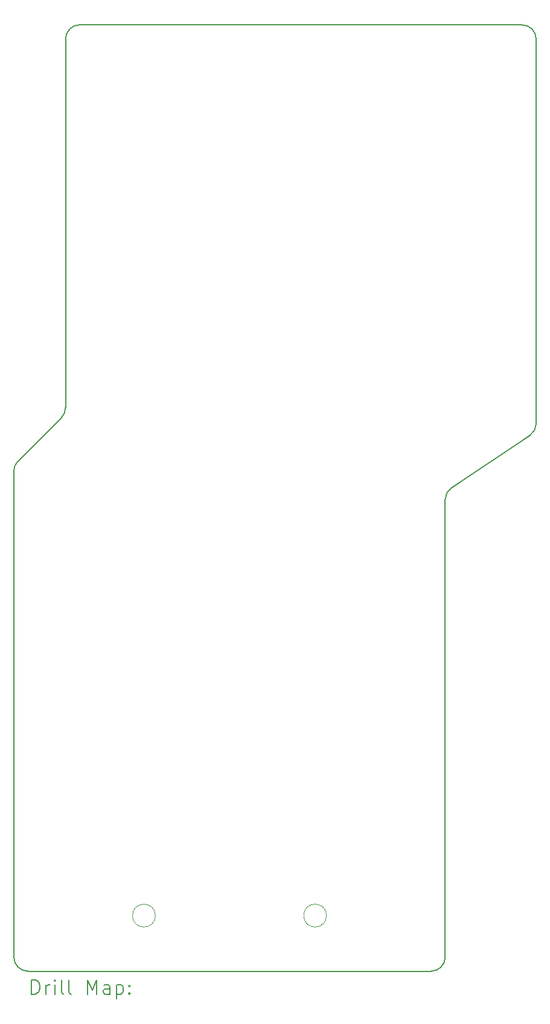
<source format=gbr>
%TF.GenerationSoftware,KiCad,Pcbnew,8.0.1*%
%TF.CreationDate,2024-08-17T14:41:14+02:00*%
%TF.ProjectId,robal_rpi_ioBoard,726f6261-6c5f-4727-9069-5f696f426f61,rev?*%
%TF.SameCoordinates,Original*%
%TF.FileFunction,Drillmap*%
%TF.FilePolarity,Positive*%
%FSLAX45Y45*%
G04 Gerber Fmt 4.5, Leading zero omitted, Abs format (unit mm)*
G04 Created by KiCad (PCBNEW 8.0.1) date 2024-08-17 14:41:14*
%MOMM*%
%LPD*%
G01*
G04 APERTURE LIST*
%ADD10C,0.050000*%
%ADD11C,0.200000*%
G04 APERTURE END LIST*
D10*
X8035000Y-16800000D02*
G75*
G02*
X7715000Y-16800000I-160000J0D01*
G01*
X7715000Y-16800000D02*
G75*
G02*
X8035000Y-16800000I160000J0D01*
G01*
D11*
X9789060Y-10799278D02*
X10885940Y-10068025D01*
X9700000Y-17380000D02*
X9700000Y-10965688D01*
X4316422Y-9817230D02*
X3708579Y-10425073D01*
X3650000Y-10566494D02*
G75*
G02*
X3708577Y-10425071I200000J4D01*
G01*
X10775000Y-4308651D02*
G75*
G02*
X10974999Y-4508651I0J-199999D01*
G01*
X4375000Y-9675809D02*
G75*
G02*
X4316422Y-9817231I-200000J-1D01*
G01*
X4316422Y-9817230D02*
X4316421Y-9817230D01*
X10775000Y-4308651D02*
X4575000Y-4308651D01*
D10*
X5635000Y-16800000D02*
G75*
G02*
X5315000Y-16800000I-160000J0D01*
G01*
X5315000Y-16800000D02*
G75*
G02*
X5635000Y-16800000I160000J0D01*
G01*
D11*
X10975000Y-9901615D02*
G75*
G02*
X10885938Y-10068022I-200000J5D01*
G01*
X3650000Y-10566494D02*
X3650000Y-17380000D01*
X9700000Y-17380000D02*
G75*
G02*
X9500000Y-17580000I-200000J0D01*
G01*
X4375000Y-4508651D02*
X4375000Y-9675809D01*
X10975000Y-9901615D02*
X10975000Y-4508651D01*
X3850000Y-17580000D02*
G75*
G02*
X3650000Y-17380000I0J200000D01*
G01*
X9700000Y-10965688D02*
G75*
G02*
X9789061Y-10799279I200000J-2D01*
G01*
X3650000Y-10566494D02*
X3650000Y-10566494D01*
X3850000Y-17580000D02*
X9500000Y-17580000D01*
X4375000Y-4508651D02*
G75*
G02*
X4575000Y-4308650I200000J1D01*
G01*
X3900777Y-17901484D02*
X3900777Y-17701484D01*
X3900777Y-17701484D02*
X3948396Y-17701484D01*
X3948396Y-17701484D02*
X3976967Y-17711008D01*
X3976967Y-17711008D02*
X3996015Y-17730055D01*
X3996015Y-17730055D02*
X4005539Y-17749103D01*
X4005539Y-17749103D02*
X4015063Y-17787198D01*
X4015063Y-17787198D02*
X4015063Y-17815770D01*
X4015063Y-17815770D02*
X4005539Y-17853865D01*
X4005539Y-17853865D02*
X3996015Y-17872912D01*
X3996015Y-17872912D02*
X3976967Y-17891960D01*
X3976967Y-17891960D02*
X3948396Y-17901484D01*
X3948396Y-17901484D02*
X3900777Y-17901484D01*
X4100777Y-17901484D02*
X4100777Y-17768150D01*
X4100777Y-17806246D02*
X4110301Y-17787198D01*
X4110301Y-17787198D02*
X4119824Y-17777674D01*
X4119824Y-17777674D02*
X4138872Y-17768150D01*
X4138872Y-17768150D02*
X4157920Y-17768150D01*
X4224586Y-17901484D02*
X4224586Y-17768150D01*
X4224586Y-17701484D02*
X4215063Y-17711008D01*
X4215063Y-17711008D02*
X4224586Y-17720531D01*
X4224586Y-17720531D02*
X4234110Y-17711008D01*
X4234110Y-17711008D02*
X4224586Y-17701484D01*
X4224586Y-17701484D02*
X4224586Y-17720531D01*
X4348396Y-17901484D02*
X4329348Y-17891960D01*
X4329348Y-17891960D02*
X4319825Y-17872912D01*
X4319825Y-17872912D02*
X4319825Y-17701484D01*
X4453158Y-17901484D02*
X4434110Y-17891960D01*
X4434110Y-17891960D02*
X4424586Y-17872912D01*
X4424586Y-17872912D02*
X4424586Y-17701484D01*
X4681729Y-17901484D02*
X4681729Y-17701484D01*
X4681729Y-17701484D02*
X4748396Y-17844341D01*
X4748396Y-17844341D02*
X4815063Y-17701484D01*
X4815063Y-17701484D02*
X4815063Y-17901484D01*
X4996015Y-17901484D02*
X4996015Y-17796722D01*
X4996015Y-17796722D02*
X4986491Y-17777674D01*
X4986491Y-17777674D02*
X4967444Y-17768150D01*
X4967444Y-17768150D02*
X4929348Y-17768150D01*
X4929348Y-17768150D02*
X4910301Y-17777674D01*
X4996015Y-17891960D02*
X4976967Y-17901484D01*
X4976967Y-17901484D02*
X4929348Y-17901484D01*
X4929348Y-17901484D02*
X4910301Y-17891960D01*
X4910301Y-17891960D02*
X4900777Y-17872912D01*
X4900777Y-17872912D02*
X4900777Y-17853865D01*
X4900777Y-17853865D02*
X4910301Y-17834817D01*
X4910301Y-17834817D02*
X4929348Y-17825293D01*
X4929348Y-17825293D02*
X4976967Y-17825293D01*
X4976967Y-17825293D02*
X4996015Y-17815770D01*
X5091253Y-17768150D02*
X5091253Y-17968150D01*
X5091253Y-17777674D02*
X5110301Y-17768150D01*
X5110301Y-17768150D02*
X5148396Y-17768150D01*
X5148396Y-17768150D02*
X5167444Y-17777674D01*
X5167444Y-17777674D02*
X5176967Y-17787198D01*
X5176967Y-17787198D02*
X5186491Y-17806246D01*
X5186491Y-17806246D02*
X5186491Y-17863389D01*
X5186491Y-17863389D02*
X5176967Y-17882436D01*
X5176967Y-17882436D02*
X5167444Y-17891960D01*
X5167444Y-17891960D02*
X5148396Y-17901484D01*
X5148396Y-17901484D02*
X5110301Y-17901484D01*
X5110301Y-17901484D02*
X5091253Y-17891960D01*
X5272206Y-17882436D02*
X5281729Y-17891960D01*
X5281729Y-17891960D02*
X5272206Y-17901484D01*
X5272206Y-17901484D02*
X5262682Y-17891960D01*
X5262682Y-17891960D02*
X5272206Y-17882436D01*
X5272206Y-17882436D02*
X5272206Y-17901484D01*
X5272206Y-17777674D02*
X5281729Y-17787198D01*
X5281729Y-17787198D02*
X5272206Y-17796722D01*
X5272206Y-17796722D02*
X5262682Y-17787198D01*
X5262682Y-17787198D02*
X5272206Y-17777674D01*
X5272206Y-17777674D02*
X5272206Y-17796722D01*
M02*

</source>
